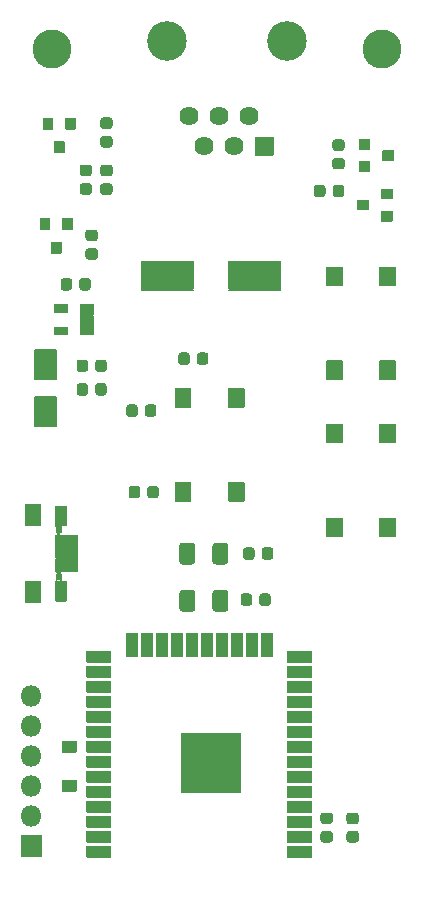
<source format=gts>
G04 #@! TF.GenerationSoftware,KiCad,Pcbnew,(5.1.7)-1*
G04 #@! TF.CreationDate,2021-04-23T15:20:20+02:00*
G04 #@! TF.ProjectId,TwomesGateway,54776f6d-6573-4476-9174-657761792e6b,rev?*
G04 #@! TF.SameCoordinates,Original*
G04 #@! TF.FileFunction,Soldermask,Top*
G04 #@! TF.FilePolarity,Negative*
%FSLAX46Y46*%
G04 Gerber Fmt 4.6, Leading zero omitted, Abs format (unit mm)*
G04 Created by KiCad (PCBNEW (5.1.7)-1) date 2021-04-23 15:20:20*
%MOMM*%
%LPD*%
G01*
G04 APERTURE LIST*
%ADD10C,0.602000*%
%ADD11C,3.302000*%
%ADD12C,3.352000*%
%ADD13C,1.622000*%
%ADD14O,1.802000X1.802000*%
%ADD15C,0.100000*%
G04 APERTURE END LIST*
G36*
G01*
X95275500Y-139926000D02*
X94724500Y-139926000D01*
G75*
G02*
X94474000Y-139675500I0J250500D01*
G01*
X94474000Y-139174500D01*
G75*
G02*
X94724500Y-138924000I250500J0D01*
G01*
X95275500Y-138924000D01*
G75*
G02*
X95526000Y-139174500I0J-250500D01*
G01*
X95526000Y-139675500D01*
G75*
G02*
X95275500Y-139926000I-250500J0D01*
G01*
G37*
G36*
G01*
X95275500Y-141476000D02*
X94724500Y-141476000D01*
G75*
G02*
X94474000Y-141225500I0J250500D01*
G01*
X94474000Y-140724500D01*
G75*
G02*
X94724500Y-140474000I250500J0D01*
G01*
X95275500Y-140474000D01*
G75*
G02*
X95526000Y-140724500I0J-250500D01*
G01*
X95526000Y-141225500D01*
G75*
G02*
X95275500Y-141476000I-250500J0D01*
G01*
G37*
G36*
G01*
X93081750Y-141476000D02*
X92518250Y-141476000D01*
G75*
G02*
X92274000Y-141231750I0J244250D01*
G01*
X92274000Y-140743250D01*
G75*
G02*
X92518250Y-140499000I244250J0D01*
G01*
X93081750Y-140499000D01*
G75*
G02*
X93326000Y-140743250I0J-244250D01*
G01*
X93326000Y-141231750D01*
G75*
G02*
X93081750Y-141476000I-244250J0D01*
G01*
G37*
G36*
G01*
X93081750Y-139901000D02*
X92518250Y-139901000D01*
G75*
G02*
X92274000Y-139656750I0J244250D01*
G01*
X92274000Y-139168250D01*
G75*
G02*
X92518250Y-138924000I244250J0D01*
G01*
X93081750Y-138924000D01*
G75*
G02*
X93326000Y-139168250I0J-244250D01*
G01*
X93326000Y-139656750D01*
G75*
G02*
X93081750Y-139901000I-244250J0D01*
G01*
G37*
G36*
G01*
X84449000Y-94540800D02*
X84449000Y-92459200D01*
G75*
G02*
X84709200Y-92199000I260200J0D01*
G01*
X88690800Y-92199000D01*
G75*
G02*
X88951000Y-92459200I0J-260200D01*
G01*
X88951000Y-94540800D01*
G75*
G02*
X88690800Y-94801000I-260200J0D01*
G01*
X84709200Y-94801000D01*
G75*
G02*
X84449000Y-94540800I0J260200D01*
G01*
G37*
G36*
G01*
X77049000Y-94540800D02*
X77049000Y-92459200D01*
G75*
G02*
X77309200Y-92199000I260200J0D01*
G01*
X81290800Y-92199000D01*
G75*
G02*
X81551000Y-92459200I0J-260200D01*
G01*
X81551000Y-94540800D01*
G75*
G02*
X81290800Y-94801000I-260200J0D01*
G01*
X77309200Y-94801000D01*
G75*
G02*
X77049000Y-94540800I0J260200D01*
G01*
G37*
G36*
G01*
X68100000Y-103699000D02*
X69900000Y-103699000D01*
G75*
G02*
X69951000Y-103750000I0J-51000D01*
G01*
X69951000Y-106250000D01*
G75*
G02*
X69900000Y-106301000I-51000J0D01*
G01*
X68100000Y-106301000D01*
G75*
G02*
X68049000Y-106250000I0J51000D01*
G01*
X68049000Y-103750000D01*
G75*
G02*
X68100000Y-103699000I51000J0D01*
G01*
G37*
G36*
G01*
X68100000Y-99699000D02*
X69900000Y-99699000D01*
G75*
G02*
X69951000Y-99750000I0J-51000D01*
G01*
X69951000Y-102250000D01*
G75*
G02*
X69900000Y-102301000I-51000J0D01*
G01*
X68100000Y-102301000D01*
G75*
G02*
X68049000Y-102250000I0J51000D01*
G01*
X68049000Y-99750000D01*
G75*
G02*
X68100000Y-99699000I51000J0D01*
G01*
G37*
G36*
G01*
X69850000Y-119336500D02*
X70750000Y-119336500D01*
G75*
G02*
X70801000Y-119387500I0J-51000D01*
G01*
X70801000Y-121012500D01*
G75*
G02*
X70750000Y-121063500I-51000J0D01*
G01*
X69850000Y-121063500D01*
G75*
G02*
X69799000Y-121012500I0J51000D01*
G01*
X69799000Y-119387500D01*
G75*
G02*
X69850000Y-119336500I51000J0D01*
G01*
G37*
D10*
X70100000Y-119000000D03*
X70100000Y-115000000D03*
G36*
G01*
X69845000Y-118059000D02*
X71695000Y-118059000D01*
G75*
G02*
X71746000Y-118110000I0J-51000D01*
G01*
X71746000Y-118510000D01*
G75*
G02*
X71695000Y-118561000I-51000J0D01*
G01*
X69845000Y-118561000D01*
G75*
G02*
X69794000Y-118510000I0J51000D01*
G01*
X69794000Y-118110000D01*
G75*
G02*
X69845000Y-118059000I51000J0D01*
G01*
G37*
G36*
G01*
X69845000Y-117409000D02*
X71695000Y-117409000D01*
G75*
G02*
X71746000Y-117460000I0J-51000D01*
G01*
X71746000Y-117860000D01*
G75*
G02*
X71695000Y-117911000I-51000J0D01*
G01*
X69845000Y-117911000D01*
G75*
G02*
X69794000Y-117860000I0J51000D01*
G01*
X69794000Y-117460000D01*
G75*
G02*
X69845000Y-117409000I51000J0D01*
G01*
G37*
G36*
G01*
X69845000Y-116759000D02*
X71695000Y-116759000D01*
G75*
G02*
X71746000Y-116810000I0J-51000D01*
G01*
X71746000Y-117210000D01*
G75*
G02*
X71695000Y-117261000I-51000J0D01*
G01*
X69845000Y-117261000D01*
G75*
G02*
X69794000Y-117210000I0J51000D01*
G01*
X69794000Y-116810000D01*
G75*
G02*
X69845000Y-116759000I51000J0D01*
G01*
G37*
G36*
G01*
X69850000Y-112936500D02*
X70750000Y-112936500D01*
G75*
G02*
X70801000Y-112987500I0J-51000D01*
G01*
X70801000Y-114612500D01*
G75*
G02*
X70750000Y-114663500I-51000J0D01*
G01*
X69850000Y-114663500D01*
G75*
G02*
X69799000Y-114612500I0J51000D01*
G01*
X69799000Y-112987500D01*
G75*
G02*
X69850000Y-112936500I51000J0D01*
G01*
G37*
G36*
G01*
X69845000Y-116109000D02*
X71695000Y-116109000D01*
G75*
G02*
X71746000Y-116160000I0J-51000D01*
G01*
X71746000Y-116560000D01*
G75*
G02*
X71695000Y-116611000I-51000J0D01*
G01*
X69845000Y-116611000D01*
G75*
G02*
X69794000Y-116560000I0J51000D01*
G01*
X69794000Y-116160000D01*
G75*
G02*
X69845000Y-116109000I51000J0D01*
G01*
G37*
G36*
G01*
X69845000Y-115459000D02*
X71695000Y-115459000D01*
G75*
G02*
X71746000Y-115510000I0J-51000D01*
G01*
X71746000Y-115910000D01*
G75*
G02*
X71695000Y-115961000I-51000J0D01*
G01*
X69845000Y-115961000D01*
G75*
G02*
X69794000Y-115910000I0J51000D01*
G01*
X69794000Y-115510000D01*
G75*
G02*
X69845000Y-115459000I51000J0D01*
G01*
G37*
G36*
G01*
X67300000Y-119341500D02*
X68600000Y-119341500D01*
G75*
G02*
X68651000Y-119392500I0J-51000D01*
G01*
X68651000Y-121107500D01*
G75*
G02*
X68600000Y-121158500I-51000J0D01*
G01*
X67300000Y-121158500D01*
G75*
G02*
X67249000Y-121107500I0J51000D01*
G01*
X67249000Y-119392500D01*
G75*
G02*
X67300000Y-119341500I51000J0D01*
G01*
G37*
G36*
G01*
X67300000Y-112841500D02*
X68600000Y-112841500D01*
G75*
G02*
X68651000Y-112892500I0J-51000D01*
G01*
X68651000Y-114607500D01*
G75*
G02*
X68600000Y-114658500I-51000J0D01*
G01*
X67300000Y-114658500D01*
G75*
G02*
X67249000Y-114607500I0J51000D01*
G01*
X67249000Y-112892500D01*
G75*
G02*
X67300000Y-112841500I51000J0D01*
G01*
G37*
G36*
G01*
X73868250Y-81649000D02*
X74431750Y-81649000D01*
G75*
G02*
X74676000Y-81893250I0J-244250D01*
G01*
X74676000Y-82381750D01*
G75*
G02*
X74431750Y-82626000I-244250J0D01*
G01*
X73868250Y-82626000D01*
G75*
G02*
X73624000Y-82381750I0J244250D01*
G01*
X73624000Y-81893250D01*
G75*
G02*
X73868250Y-81649000I244250J0D01*
G01*
G37*
G36*
G01*
X73868250Y-80074000D02*
X74431750Y-80074000D01*
G75*
G02*
X74676000Y-80318250I0J-244250D01*
G01*
X74676000Y-80806750D01*
G75*
G02*
X74431750Y-81051000I-244250J0D01*
G01*
X73868250Y-81051000D01*
G75*
G02*
X73624000Y-80806750I0J244250D01*
G01*
X73624000Y-80318250D01*
G75*
G02*
X73868250Y-80074000I244250J0D01*
G01*
G37*
G36*
G01*
X74431750Y-85051000D02*
X73868250Y-85051000D01*
G75*
G02*
X73624000Y-84806750I0J244250D01*
G01*
X73624000Y-84318250D01*
G75*
G02*
X73868250Y-84074000I244250J0D01*
G01*
X74431750Y-84074000D01*
G75*
G02*
X74676000Y-84318250I0J-244250D01*
G01*
X74676000Y-84806750D01*
G75*
G02*
X74431750Y-85051000I-244250J0D01*
G01*
G37*
G36*
G01*
X74431750Y-86626000D02*
X73868250Y-86626000D01*
G75*
G02*
X73624000Y-86381750I0J244250D01*
G01*
X73624000Y-85893250D01*
G75*
G02*
X73868250Y-85649000I244250J0D01*
G01*
X74431750Y-85649000D01*
G75*
G02*
X74676000Y-85893250I0J-244250D01*
G01*
X74676000Y-86381750D01*
G75*
G02*
X74431750Y-86626000I-244250J0D01*
G01*
G37*
G36*
G01*
X96401000Y-87100000D02*
X96401000Y-87900000D01*
G75*
G02*
X96350000Y-87951000I-51000J0D01*
G01*
X95450000Y-87951000D01*
G75*
G02*
X95399000Y-87900000I0J51000D01*
G01*
X95399000Y-87100000D01*
G75*
G02*
X95450000Y-87049000I51000J0D01*
G01*
X96350000Y-87049000D01*
G75*
G02*
X96401000Y-87100000I0J-51000D01*
G01*
G37*
G36*
G01*
X98401000Y-86150000D02*
X98401000Y-86950000D01*
G75*
G02*
X98350000Y-87001000I-51000J0D01*
G01*
X97450000Y-87001000D01*
G75*
G02*
X97399000Y-86950000I0J51000D01*
G01*
X97399000Y-86150000D01*
G75*
G02*
X97450000Y-86099000I51000J0D01*
G01*
X98350000Y-86099000D01*
G75*
G02*
X98401000Y-86150000I0J-51000D01*
G01*
G37*
G36*
G01*
X98401000Y-88050000D02*
X98401000Y-88850000D01*
G75*
G02*
X98350000Y-88901000I-51000J0D01*
G01*
X97450000Y-88901000D01*
G75*
G02*
X97399000Y-88850000I0J51000D01*
G01*
X97399000Y-88050000D01*
G75*
G02*
X97450000Y-87999000I51000J0D01*
G01*
X98350000Y-87999000D01*
G75*
G02*
X98401000Y-88050000I0J-51000D01*
G01*
G37*
G36*
G01*
X97499000Y-83700000D02*
X97499000Y-82900000D01*
G75*
G02*
X97550000Y-82849000I51000J0D01*
G01*
X98450000Y-82849000D01*
G75*
G02*
X98501000Y-82900000I0J-51000D01*
G01*
X98501000Y-83700000D01*
G75*
G02*
X98450000Y-83751000I-51000J0D01*
G01*
X97550000Y-83751000D01*
G75*
G02*
X97499000Y-83700000I0J51000D01*
G01*
G37*
G36*
G01*
X95499000Y-84650000D02*
X95499000Y-83850000D01*
G75*
G02*
X95550000Y-83799000I51000J0D01*
G01*
X96450000Y-83799000D01*
G75*
G02*
X96501000Y-83850000I0J-51000D01*
G01*
X96501000Y-84650000D01*
G75*
G02*
X96450000Y-84701000I-51000J0D01*
G01*
X95550000Y-84701000D01*
G75*
G02*
X95499000Y-84650000I0J51000D01*
G01*
G37*
G36*
G01*
X95499000Y-82750000D02*
X95499000Y-81950000D01*
G75*
G02*
X95550000Y-81899000I51000J0D01*
G01*
X96450000Y-81899000D01*
G75*
G02*
X96501000Y-81950000I0J-51000D01*
G01*
X96501000Y-82750000D01*
G75*
G02*
X96450000Y-82801000I-51000J0D01*
G01*
X95550000Y-82801000D01*
G75*
G02*
X95499000Y-82750000I0J51000D01*
G01*
G37*
G36*
G01*
X77001000Y-111518250D02*
X77001000Y-112081750D01*
G75*
G02*
X76756750Y-112326000I-244250J0D01*
G01*
X76268250Y-112326000D01*
G75*
G02*
X76024000Y-112081750I0J244250D01*
G01*
X76024000Y-111518250D01*
G75*
G02*
X76268250Y-111274000I244250J0D01*
G01*
X76756750Y-111274000D01*
G75*
G02*
X77001000Y-111518250I0J-244250D01*
G01*
G37*
G36*
G01*
X78576000Y-111518250D02*
X78576000Y-112081750D01*
G75*
G02*
X78331750Y-112326000I-244250J0D01*
G01*
X77843250Y-112326000D01*
G75*
G02*
X77599000Y-112081750I0J244250D01*
G01*
X77599000Y-111518250D01*
G75*
G02*
X77843250Y-111274000I244250J0D01*
G01*
X78331750Y-111274000D01*
G75*
G02*
X78576000Y-111518250I0J-244250D01*
G01*
G37*
G36*
G01*
X69500000Y-90599000D02*
X70300000Y-90599000D01*
G75*
G02*
X70351000Y-90650000I0J-51000D01*
G01*
X70351000Y-91550000D01*
G75*
G02*
X70300000Y-91601000I-51000J0D01*
G01*
X69500000Y-91601000D01*
G75*
G02*
X69449000Y-91550000I0J51000D01*
G01*
X69449000Y-90650000D01*
G75*
G02*
X69500000Y-90599000I51000J0D01*
G01*
G37*
G36*
G01*
X68550000Y-88599000D02*
X69350000Y-88599000D01*
G75*
G02*
X69401000Y-88650000I0J-51000D01*
G01*
X69401000Y-89550000D01*
G75*
G02*
X69350000Y-89601000I-51000J0D01*
G01*
X68550000Y-89601000D01*
G75*
G02*
X68499000Y-89550000I0J51000D01*
G01*
X68499000Y-88650000D01*
G75*
G02*
X68550000Y-88599000I51000J0D01*
G01*
G37*
G36*
G01*
X70450000Y-88599000D02*
X71250000Y-88599000D01*
G75*
G02*
X71301000Y-88650000I0J-51000D01*
G01*
X71301000Y-89550000D01*
G75*
G02*
X71250000Y-89601000I-51000J0D01*
G01*
X70450000Y-89601000D01*
G75*
G02*
X70399000Y-89550000I0J51000D01*
G01*
X70399000Y-88650000D01*
G75*
G02*
X70450000Y-88599000I51000J0D01*
G01*
G37*
G36*
G01*
X69750000Y-82099000D02*
X70550000Y-82099000D01*
G75*
G02*
X70601000Y-82150000I0J-51000D01*
G01*
X70601000Y-83050000D01*
G75*
G02*
X70550000Y-83101000I-51000J0D01*
G01*
X69750000Y-83101000D01*
G75*
G02*
X69699000Y-83050000I0J51000D01*
G01*
X69699000Y-82150000D01*
G75*
G02*
X69750000Y-82099000I51000J0D01*
G01*
G37*
G36*
G01*
X68800000Y-80099000D02*
X69600000Y-80099000D01*
G75*
G02*
X69651000Y-80150000I0J-51000D01*
G01*
X69651000Y-81050000D01*
G75*
G02*
X69600000Y-81101000I-51000J0D01*
G01*
X68800000Y-81101000D01*
G75*
G02*
X68749000Y-81050000I0J51000D01*
G01*
X68749000Y-80150000D01*
G75*
G02*
X68800000Y-80099000I51000J0D01*
G01*
G37*
G36*
G01*
X70700000Y-80099000D02*
X71500000Y-80099000D01*
G75*
G02*
X71551000Y-80150000I0J-51000D01*
G01*
X71551000Y-81050000D01*
G75*
G02*
X71500000Y-81101000I-51000J0D01*
G01*
X70700000Y-81101000D01*
G75*
G02*
X70649000Y-81050000I0J51000D01*
G01*
X70649000Y-80150000D01*
G75*
G02*
X70700000Y-80099000I51000J0D01*
G01*
G37*
D11*
X69500000Y-74250000D03*
X97500000Y-74250000D03*
G36*
G01*
X88311000Y-81739999D02*
X88311000Y-83260001D01*
G75*
G02*
X88260001Y-83311000I-50999J0D01*
G01*
X86739999Y-83311000D01*
G75*
G02*
X86689000Y-83260001I0J50999D01*
G01*
X86689000Y-81739999D01*
G75*
G02*
X86739999Y-81689000I50999J0D01*
G01*
X88260001Y-81689000D01*
G75*
G02*
X88311000Y-81739999I0J-50999D01*
G01*
G37*
D12*
X89410000Y-73610000D03*
D13*
X86230000Y-79960000D03*
X84960000Y-82500000D03*
X83690000Y-79960000D03*
X82420000Y-82500000D03*
X81150000Y-79960000D03*
D12*
X79250000Y-73610000D03*
G36*
G01*
X70400000Y-136149000D02*
X71600000Y-136149000D01*
G75*
G02*
X71651000Y-136200000I0J-51000D01*
G01*
X71651000Y-137100000D01*
G75*
G02*
X71600000Y-137151000I-51000J0D01*
G01*
X70400000Y-137151000D01*
G75*
G02*
X70349000Y-137100000I0J51000D01*
G01*
X70349000Y-136200000D01*
G75*
G02*
X70400000Y-136149000I51000J0D01*
G01*
G37*
G36*
G01*
X70400000Y-132849000D02*
X71600000Y-132849000D01*
G75*
G02*
X71651000Y-132900000I0J-51000D01*
G01*
X71651000Y-133800000D01*
G75*
G02*
X71600000Y-133851000I-51000J0D01*
G01*
X70400000Y-133851000D01*
G75*
G02*
X70349000Y-133800000I0J51000D01*
G01*
X70349000Y-132900000D01*
G75*
G02*
X70400000Y-132849000I51000J0D01*
G01*
G37*
G36*
G01*
X74551000Y-141805000D02*
X74551000Y-142705000D01*
G75*
G02*
X74500000Y-142756000I-51000J0D01*
G01*
X72500000Y-142756000D01*
G75*
G02*
X72449000Y-142705000I0J51000D01*
G01*
X72449000Y-141805000D01*
G75*
G02*
X72500000Y-141754000I51000J0D01*
G01*
X74500000Y-141754000D01*
G75*
G02*
X74551000Y-141805000I0J-51000D01*
G01*
G37*
G36*
G01*
X74551000Y-140535000D02*
X74551000Y-141435000D01*
G75*
G02*
X74500000Y-141486000I-51000J0D01*
G01*
X72500000Y-141486000D01*
G75*
G02*
X72449000Y-141435000I0J51000D01*
G01*
X72449000Y-140535000D01*
G75*
G02*
X72500000Y-140484000I51000J0D01*
G01*
X74500000Y-140484000D01*
G75*
G02*
X74551000Y-140535000I0J-51000D01*
G01*
G37*
G36*
G01*
X74551000Y-139265000D02*
X74551000Y-140165000D01*
G75*
G02*
X74500000Y-140216000I-51000J0D01*
G01*
X72500000Y-140216000D01*
G75*
G02*
X72449000Y-140165000I0J51000D01*
G01*
X72449000Y-139265000D01*
G75*
G02*
X72500000Y-139214000I51000J0D01*
G01*
X74500000Y-139214000D01*
G75*
G02*
X74551000Y-139265000I0J-51000D01*
G01*
G37*
G36*
G01*
X74551000Y-137995000D02*
X74551000Y-138895000D01*
G75*
G02*
X74500000Y-138946000I-51000J0D01*
G01*
X72500000Y-138946000D01*
G75*
G02*
X72449000Y-138895000I0J51000D01*
G01*
X72449000Y-137995000D01*
G75*
G02*
X72500000Y-137944000I51000J0D01*
G01*
X74500000Y-137944000D01*
G75*
G02*
X74551000Y-137995000I0J-51000D01*
G01*
G37*
G36*
G01*
X74551000Y-136725000D02*
X74551000Y-137625000D01*
G75*
G02*
X74500000Y-137676000I-51000J0D01*
G01*
X72500000Y-137676000D01*
G75*
G02*
X72449000Y-137625000I0J51000D01*
G01*
X72449000Y-136725000D01*
G75*
G02*
X72500000Y-136674000I51000J0D01*
G01*
X74500000Y-136674000D01*
G75*
G02*
X74551000Y-136725000I0J-51000D01*
G01*
G37*
G36*
G01*
X74551000Y-135455000D02*
X74551000Y-136355000D01*
G75*
G02*
X74500000Y-136406000I-51000J0D01*
G01*
X72500000Y-136406000D01*
G75*
G02*
X72449000Y-136355000I0J51000D01*
G01*
X72449000Y-135455000D01*
G75*
G02*
X72500000Y-135404000I51000J0D01*
G01*
X74500000Y-135404000D01*
G75*
G02*
X74551000Y-135455000I0J-51000D01*
G01*
G37*
G36*
G01*
X74551000Y-134185000D02*
X74551000Y-135085000D01*
G75*
G02*
X74500000Y-135136000I-51000J0D01*
G01*
X72500000Y-135136000D01*
G75*
G02*
X72449000Y-135085000I0J51000D01*
G01*
X72449000Y-134185000D01*
G75*
G02*
X72500000Y-134134000I51000J0D01*
G01*
X74500000Y-134134000D01*
G75*
G02*
X74551000Y-134185000I0J-51000D01*
G01*
G37*
G36*
G01*
X74551000Y-132915000D02*
X74551000Y-133815000D01*
G75*
G02*
X74500000Y-133866000I-51000J0D01*
G01*
X72500000Y-133866000D01*
G75*
G02*
X72449000Y-133815000I0J51000D01*
G01*
X72449000Y-132915000D01*
G75*
G02*
X72500000Y-132864000I51000J0D01*
G01*
X74500000Y-132864000D01*
G75*
G02*
X74551000Y-132915000I0J-51000D01*
G01*
G37*
G36*
G01*
X74551000Y-131645000D02*
X74551000Y-132545000D01*
G75*
G02*
X74500000Y-132596000I-51000J0D01*
G01*
X72500000Y-132596000D01*
G75*
G02*
X72449000Y-132545000I0J51000D01*
G01*
X72449000Y-131645000D01*
G75*
G02*
X72500000Y-131594000I51000J0D01*
G01*
X74500000Y-131594000D01*
G75*
G02*
X74551000Y-131645000I0J-51000D01*
G01*
G37*
G36*
G01*
X74551000Y-130375000D02*
X74551000Y-131275000D01*
G75*
G02*
X74500000Y-131326000I-51000J0D01*
G01*
X72500000Y-131326000D01*
G75*
G02*
X72449000Y-131275000I0J51000D01*
G01*
X72449000Y-130375000D01*
G75*
G02*
X72500000Y-130324000I51000J0D01*
G01*
X74500000Y-130324000D01*
G75*
G02*
X74551000Y-130375000I0J-51000D01*
G01*
G37*
G36*
G01*
X74551000Y-129105000D02*
X74551000Y-130005000D01*
G75*
G02*
X74500000Y-130056000I-51000J0D01*
G01*
X72500000Y-130056000D01*
G75*
G02*
X72449000Y-130005000I0J51000D01*
G01*
X72449000Y-129105000D01*
G75*
G02*
X72500000Y-129054000I51000J0D01*
G01*
X74500000Y-129054000D01*
G75*
G02*
X74551000Y-129105000I0J-51000D01*
G01*
G37*
G36*
G01*
X74551000Y-127835000D02*
X74551000Y-128735000D01*
G75*
G02*
X74500000Y-128786000I-51000J0D01*
G01*
X72500000Y-128786000D01*
G75*
G02*
X72449000Y-128735000I0J51000D01*
G01*
X72449000Y-127835000D01*
G75*
G02*
X72500000Y-127784000I51000J0D01*
G01*
X74500000Y-127784000D01*
G75*
G02*
X74551000Y-127835000I0J-51000D01*
G01*
G37*
G36*
G01*
X74551000Y-126565000D02*
X74551000Y-127465000D01*
G75*
G02*
X74500000Y-127516000I-51000J0D01*
G01*
X72500000Y-127516000D01*
G75*
G02*
X72449000Y-127465000I0J51000D01*
G01*
X72449000Y-126565000D01*
G75*
G02*
X72500000Y-126514000I51000J0D01*
G01*
X74500000Y-126514000D01*
G75*
G02*
X74551000Y-126565000I0J-51000D01*
G01*
G37*
G36*
G01*
X74551000Y-125295000D02*
X74551000Y-126195000D01*
G75*
G02*
X74500000Y-126246000I-51000J0D01*
G01*
X72500000Y-126246000D01*
G75*
G02*
X72449000Y-126195000I0J51000D01*
G01*
X72449000Y-125295000D01*
G75*
G02*
X72500000Y-125244000I51000J0D01*
G01*
X74500000Y-125244000D01*
G75*
G02*
X74551000Y-125295000I0J-51000D01*
G01*
G37*
G36*
G01*
X75835000Y-123694000D02*
X76735000Y-123694000D01*
G75*
G02*
X76786000Y-123745000I0J-51000D01*
G01*
X76786000Y-125745000D01*
G75*
G02*
X76735000Y-125796000I-51000J0D01*
G01*
X75835000Y-125796000D01*
G75*
G02*
X75784000Y-125745000I0J51000D01*
G01*
X75784000Y-123745000D01*
G75*
G02*
X75835000Y-123694000I51000J0D01*
G01*
G37*
G36*
G01*
X77105000Y-123694000D02*
X78005000Y-123694000D01*
G75*
G02*
X78056000Y-123745000I0J-51000D01*
G01*
X78056000Y-125745000D01*
G75*
G02*
X78005000Y-125796000I-51000J0D01*
G01*
X77105000Y-125796000D01*
G75*
G02*
X77054000Y-125745000I0J51000D01*
G01*
X77054000Y-123745000D01*
G75*
G02*
X77105000Y-123694000I51000J0D01*
G01*
G37*
G36*
G01*
X78375000Y-123694000D02*
X79275000Y-123694000D01*
G75*
G02*
X79326000Y-123745000I0J-51000D01*
G01*
X79326000Y-125745000D01*
G75*
G02*
X79275000Y-125796000I-51000J0D01*
G01*
X78375000Y-125796000D01*
G75*
G02*
X78324000Y-125745000I0J51000D01*
G01*
X78324000Y-123745000D01*
G75*
G02*
X78375000Y-123694000I51000J0D01*
G01*
G37*
G36*
G01*
X79645000Y-123694000D02*
X80545000Y-123694000D01*
G75*
G02*
X80596000Y-123745000I0J-51000D01*
G01*
X80596000Y-125745000D01*
G75*
G02*
X80545000Y-125796000I-51000J0D01*
G01*
X79645000Y-125796000D01*
G75*
G02*
X79594000Y-125745000I0J51000D01*
G01*
X79594000Y-123745000D01*
G75*
G02*
X79645000Y-123694000I51000J0D01*
G01*
G37*
G36*
G01*
X80915000Y-123694000D02*
X81815000Y-123694000D01*
G75*
G02*
X81866000Y-123745000I0J-51000D01*
G01*
X81866000Y-125745000D01*
G75*
G02*
X81815000Y-125796000I-51000J0D01*
G01*
X80915000Y-125796000D01*
G75*
G02*
X80864000Y-125745000I0J51000D01*
G01*
X80864000Y-123745000D01*
G75*
G02*
X80915000Y-123694000I51000J0D01*
G01*
G37*
G36*
G01*
X82185000Y-123694000D02*
X83085000Y-123694000D01*
G75*
G02*
X83136000Y-123745000I0J-51000D01*
G01*
X83136000Y-125745000D01*
G75*
G02*
X83085000Y-125796000I-51000J0D01*
G01*
X82185000Y-125796000D01*
G75*
G02*
X82134000Y-125745000I0J51000D01*
G01*
X82134000Y-123745000D01*
G75*
G02*
X82185000Y-123694000I51000J0D01*
G01*
G37*
G36*
G01*
X83455000Y-123694000D02*
X84355000Y-123694000D01*
G75*
G02*
X84406000Y-123745000I0J-51000D01*
G01*
X84406000Y-125745000D01*
G75*
G02*
X84355000Y-125796000I-51000J0D01*
G01*
X83455000Y-125796000D01*
G75*
G02*
X83404000Y-125745000I0J51000D01*
G01*
X83404000Y-123745000D01*
G75*
G02*
X83455000Y-123694000I51000J0D01*
G01*
G37*
G36*
G01*
X84725000Y-123694000D02*
X85625000Y-123694000D01*
G75*
G02*
X85676000Y-123745000I0J-51000D01*
G01*
X85676000Y-125745000D01*
G75*
G02*
X85625000Y-125796000I-51000J0D01*
G01*
X84725000Y-125796000D01*
G75*
G02*
X84674000Y-125745000I0J51000D01*
G01*
X84674000Y-123745000D01*
G75*
G02*
X84725000Y-123694000I51000J0D01*
G01*
G37*
G36*
G01*
X85995000Y-123694000D02*
X86895000Y-123694000D01*
G75*
G02*
X86946000Y-123745000I0J-51000D01*
G01*
X86946000Y-125745000D01*
G75*
G02*
X86895000Y-125796000I-51000J0D01*
G01*
X85995000Y-125796000D01*
G75*
G02*
X85944000Y-125745000I0J51000D01*
G01*
X85944000Y-123745000D01*
G75*
G02*
X85995000Y-123694000I51000J0D01*
G01*
G37*
G36*
G01*
X87265000Y-123694000D02*
X88165000Y-123694000D01*
G75*
G02*
X88216000Y-123745000I0J-51000D01*
G01*
X88216000Y-125745000D01*
G75*
G02*
X88165000Y-125796000I-51000J0D01*
G01*
X87265000Y-125796000D01*
G75*
G02*
X87214000Y-125745000I0J51000D01*
G01*
X87214000Y-123745000D01*
G75*
G02*
X87265000Y-123694000I51000J0D01*
G01*
G37*
G36*
G01*
X91551000Y-125295000D02*
X91551000Y-126195000D01*
G75*
G02*
X91500000Y-126246000I-51000J0D01*
G01*
X89500000Y-126246000D01*
G75*
G02*
X89449000Y-126195000I0J51000D01*
G01*
X89449000Y-125295000D01*
G75*
G02*
X89500000Y-125244000I51000J0D01*
G01*
X91500000Y-125244000D01*
G75*
G02*
X91551000Y-125295000I0J-51000D01*
G01*
G37*
G36*
G01*
X91551000Y-126565000D02*
X91551000Y-127465000D01*
G75*
G02*
X91500000Y-127516000I-51000J0D01*
G01*
X89500000Y-127516000D01*
G75*
G02*
X89449000Y-127465000I0J51000D01*
G01*
X89449000Y-126565000D01*
G75*
G02*
X89500000Y-126514000I51000J0D01*
G01*
X91500000Y-126514000D01*
G75*
G02*
X91551000Y-126565000I0J-51000D01*
G01*
G37*
G36*
G01*
X91551000Y-127835000D02*
X91551000Y-128735000D01*
G75*
G02*
X91500000Y-128786000I-51000J0D01*
G01*
X89500000Y-128786000D01*
G75*
G02*
X89449000Y-128735000I0J51000D01*
G01*
X89449000Y-127835000D01*
G75*
G02*
X89500000Y-127784000I51000J0D01*
G01*
X91500000Y-127784000D01*
G75*
G02*
X91551000Y-127835000I0J-51000D01*
G01*
G37*
G36*
G01*
X91551000Y-129105000D02*
X91551000Y-130005000D01*
G75*
G02*
X91500000Y-130056000I-51000J0D01*
G01*
X89500000Y-130056000D01*
G75*
G02*
X89449000Y-130005000I0J51000D01*
G01*
X89449000Y-129105000D01*
G75*
G02*
X89500000Y-129054000I51000J0D01*
G01*
X91500000Y-129054000D01*
G75*
G02*
X91551000Y-129105000I0J-51000D01*
G01*
G37*
G36*
G01*
X91551000Y-130375000D02*
X91551000Y-131275000D01*
G75*
G02*
X91500000Y-131326000I-51000J0D01*
G01*
X89500000Y-131326000D01*
G75*
G02*
X89449000Y-131275000I0J51000D01*
G01*
X89449000Y-130375000D01*
G75*
G02*
X89500000Y-130324000I51000J0D01*
G01*
X91500000Y-130324000D01*
G75*
G02*
X91551000Y-130375000I0J-51000D01*
G01*
G37*
G36*
G01*
X91551000Y-131645000D02*
X91551000Y-132545000D01*
G75*
G02*
X91500000Y-132596000I-51000J0D01*
G01*
X89500000Y-132596000D01*
G75*
G02*
X89449000Y-132545000I0J51000D01*
G01*
X89449000Y-131645000D01*
G75*
G02*
X89500000Y-131594000I51000J0D01*
G01*
X91500000Y-131594000D01*
G75*
G02*
X91551000Y-131645000I0J-51000D01*
G01*
G37*
G36*
G01*
X91551000Y-132915000D02*
X91551000Y-133815000D01*
G75*
G02*
X91500000Y-133866000I-51000J0D01*
G01*
X89500000Y-133866000D01*
G75*
G02*
X89449000Y-133815000I0J51000D01*
G01*
X89449000Y-132915000D01*
G75*
G02*
X89500000Y-132864000I51000J0D01*
G01*
X91500000Y-132864000D01*
G75*
G02*
X91551000Y-132915000I0J-51000D01*
G01*
G37*
G36*
G01*
X91551000Y-134185000D02*
X91551000Y-135085000D01*
G75*
G02*
X91500000Y-135136000I-51000J0D01*
G01*
X89500000Y-135136000D01*
G75*
G02*
X89449000Y-135085000I0J51000D01*
G01*
X89449000Y-134185000D01*
G75*
G02*
X89500000Y-134134000I51000J0D01*
G01*
X91500000Y-134134000D01*
G75*
G02*
X91551000Y-134185000I0J-51000D01*
G01*
G37*
G36*
G01*
X91551000Y-135455000D02*
X91551000Y-136355000D01*
G75*
G02*
X91500000Y-136406000I-51000J0D01*
G01*
X89500000Y-136406000D01*
G75*
G02*
X89449000Y-136355000I0J51000D01*
G01*
X89449000Y-135455000D01*
G75*
G02*
X89500000Y-135404000I51000J0D01*
G01*
X91500000Y-135404000D01*
G75*
G02*
X91551000Y-135455000I0J-51000D01*
G01*
G37*
G36*
G01*
X91551000Y-136725000D02*
X91551000Y-137625000D01*
G75*
G02*
X91500000Y-137676000I-51000J0D01*
G01*
X89500000Y-137676000D01*
G75*
G02*
X89449000Y-137625000I0J51000D01*
G01*
X89449000Y-136725000D01*
G75*
G02*
X89500000Y-136674000I51000J0D01*
G01*
X91500000Y-136674000D01*
G75*
G02*
X91551000Y-136725000I0J-51000D01*
G01*
G37*
G36*
G01*
X91551000Y-137995000D02*
X91551000Y-138895000D01*
G75*
G02*
X91500000Y-138946000I-51000J0D01*
G01*
X89500000Y-138946000D01*
G75*
G02*
X89449000Y-138895000I0J51000D01*
G01*
X89449000Y-137995000D01*
G75*
G02*
X89500000Y-137944000I51000J0D01*
G01*
X91500000Y-137944000D01*
G75*
G02*
X91551000Y-137995000I0J-51000D01*
G01*
G37*
G36*
G01*
X91551000Y-139265000D02*
X91551000Y-140165000D01*
G75*
G02*
X91500000Y-140216000I-51000J0D01*
G01*
X89500000Y-140216000D01*
G75*
G02*
X89449000Y-140165000I0J51000D01*
G01*
X89449000Y-139265000D01*
G75*
G02*
X89500000Y-139214000I51000J0D01*
G01*
X91500000Y-139214000D01*
G75*
G02*
X91551000Y-139265000I0J-51000D01*
G01*
G37*
G36*
G01*
X91551000Y-140535000D02*
X91551000Y-141435000D01*
G75*
G02*
X91500000Y-141486000I-51000J0D01*
G01*
X89500000Y-141486000D01*
G75*
G02*
X89449000Y-141435000I0J51000D01*
G01*
X89449000Y-140535000D01*
G75*
G02*
X89500000Y-140484000I51000J0D01*
G01*
X91500000Y-140484000D01*
G75*
G02*
X91551000Y-140535000I0J-51000D01*
G01*
G37*
G36*
G01*
X91551000Y-141805000D02*
X91551000Y-142705000D01*
G75*
G02*
X91500000Y-142756000I-51000J0D01*
G01*
X89500000Y-142756000D01*
G75*
G02*
X89449000Y-142705000I0J51000D01*
G01*
X89449000Y-141805000D01*
G75*
G02*
X89500000Y-141754000I51000J0D01*
G01*
X91500000Y-141754000D01*
G75*
G02*
X91551000Y-141805000I0J-51000D01*
G01*
G37*
G36*
G01*
X85551000Y-132255000D02*
X85551000Y-137255000D01*
G75*
G02*
X85500000Y-137306000I-51000J0D01*
G01*
X80500000Y-137306000D01*
G75*
G02*
X80449000Y-137255000I0J51000D01*
G01*
X80449000Y-132255000D01*
G75*
G02*
X80500000Y-132204000I51000J0D01*
G01*
X85500000Y-132204000D01*
G75*
G02*
X85551000Y-132255000I0J-51000D01*
G01*
G37*
G36*
G01*
X70881000Y-97824999D02*
X70881000Y-98475001D01*
G75*
G02*
X70830001Y-98526000I-50999J0D01*
G01*
X69769999Y-98526000D01*
G75*
G02*
X69719000Y-98475001I0J50999D01*
G01*
X69719000Y-97824999D01*
G75*
G02*
X69769999Y-97774000I50999J0D01*
G01*
X70830001Y-97774000D01*
G75*
G02*
X70881000Y-97824999I0J-50999D01*
G01*
G37*
G36*
G01*
X70881000Y-95924999D02*
X70881000Y-96575001D01*
G75*
G02*
X70830001Y-96626000I-50999J0D01*
G01*
X69769999Y-96626000D01*
G75*
G02*
X69719000Y-96575001I0J50999D01*
G01*
X69719000Y-95924999D01*
G75*
G02*
X69769999Y-95874000I50999J0D01*
G01*
X70830001Y-95874000D01*
G75*
G02*
X70881000Y-95924999I0J-50999D01*
G01*
G37*
G36*
G01*
X73081000Y-95924999D02*
X73081000Y-96575001D01*
G75*
G02*
X73030001Y-96626000I-50999J0D01*
G01*
X71969999Y-96626000D01*
G75*
G02*
X71919000Y-96575001I0J50999D01*
G01*
X71919000Y-95924999D01*
G75*
G02*
X71969999Y-95874000I50999J0D01*
G01*
X73030001Y-95874000D01*
G75*
G02*
X73081000Y-95924999I0J-50999D01*
G01*
G37*
G36*
G01*
X73081000Y-96874999D02*
X73081000Y-97525001D01*
G75*
G02*
X73030001Y-97576000I-50999J0D01*
G01*
X71969999Y-97576000D01*
G75*
G02*
X71919000Y-97525001I0J50999D01*
G01*
X71919000Y-96874999D01*
G75*
G02*
X71969999Y-96824000I50999J0D01*
G01*
X73030001Y-96824000D01*
G75*
G02*
X73081000Y-96874999I0J-50999D01*
G01*
G37*
G36*
G01*
X73081000Y-97824999D02*
X73081000Y-98475001D01*
G75*
G02*
X73030001Y-98526000I-50999J0D01*
G01*
X71969999Y-98526000D01*
G75*
G02*
X71919000Y-98475001I0J50999D01*
G01*
X71919000Y-97824999D01*
G75*
G02*
X71969999Y-97774000I50999J0D01*
G01*
X73030001Y-97774000D01*
G75*
G02*
X73081000Y-97824999I0J-50999D01*
G01*
G37*
G36*
G01*
X92800000Y-100649000D02*
X94100000Y-100649000D01*
G75*
G02*
X94151000Y-100700000I0J-51000D01*
G01*
X94151000Y-102250000D01*
G75*
G02*
X94100000Y-102301000I-51000J0D01*
G01*
X92800000Y-102301000D01*
G75*
G02*
X92749000Y-102250000I0J51000D01*
G01*
X92749000Y-100700000D01*
G75*
G02*
X92800000Y-100649000I51000J0D01*
G01*
G37*
G36*
G01*
X97300000Y-100649000D02*
X98600000Y-100649000D01*
G75*
G02*
X98651000Y-100700000I0J-51000D01*
G01*
X98651000Y-102250000D01*
G75*
G02*
X98600000Y-102301000I-51000J0D01*
G01*
X97300000Y-102301000D01*
G75*
G02*
X97249000Y-102250000I0J51000D01*
G01*
X97249000Y-100700000D01*
G75*
G02*
X97300000Y-100649000I51000J0D01*
G01*
G37*
G36*
G01*
X97300000Y-92699000D02*
X98600000Y-92699000D01*
G75*
G02*
X98651000Y-92750000I0J-51000D01*
G01*
X98651000Y-94300000D01*
G75*
G02*
X98600000Y-94351000I-51000J0D01*
G01*
X97300000Y-94351000D01*
G75*
G02*
X97249000Y-94300000I0J51000D01*
G01*
X97249000Y-92750000D01*
G75*
G02*
X97300000Y-92699000I51000J0D01*
G01*
G37*
G36*
G01*
X92800000Y-92699000D02*
X94100000Y-92699000D01*
G75*
G02*
X94151000Y-92750000I0J-51000D01*
G01*
X94151000Y-94300000D01*
G75*
G02*
X94100000Y-94351000I-51000J0D01*
G01*
X92800000Y-94351000D01*
G75*
G02*
X92749000Y-94300000I0J51000D01*
G01*
X92749000Y-92750000D01*
G75*
G02*
X92800000Y-92699000I51000J0D01*
G01*
G37*
G36*
G01*
X92800000Y-113949000D02*
X94100000Y-113949000D01*
G75*
G02*
X94151000Y-114000000I0J-51000D01*
G01*
X94151000Y-115550000D01*
G75*
G02*
X94100000Y-115601000I-51000J0D01*
G01*
X92800000Y-115601000D01*
G75*
G02*
X92749000Y-115550000I0J51000D01*
G01*
X92749000Y-114000000D01*
G75*
G02*
X92800000Y-113949000I51000J0D01*
G01*
G37*
G36*
G01*
X97300000Y-113949000D02*
X98600000Y-113949000D01*
G75*
G02*
X98651000Y-114000000I0J-51000D01*
G01*
X98651000Y-115550000D01*
G75*
G02*
X98600000Y-115601000I-51000J0D01*
G01*
X97300000Y-115601000D01*
G75*
G02*
X97249000Y-115550000I0J51000D01*
G01*
X97249000Y-114000000D01*
G75*
G02*
X97300000Y-113949000I51000J0D01*
G01*
G37*
G36*
G01*
X97300000Y-105999000D02*
X98600000Y-105999000D01*
G75*
G02*
X98651000Y-106050000I0J-51000D01*
G01*
X98651000Y-107600000D01*
G75*
G02*
X98600000Y-107651000I-51000J0D01*
G01*
X97300000Y-107651000D01*
G75*
G02*
X97249000Y-107600000I0J51000D01*
G01*
X97249000Y-106050000D01*
G75*
G02*
X97300000Y-105999000I51000J0D01*
G01*
G37*
G36*
G01*
X92800000Y-105999000D02*
X94100000Y-105999000D01*
G75*
G02*
X94151000Y-106050000I0J-51000D01*
G01*
X94151000Y-107600000D01*
G75*
G02*
X94100000Y-107651000I-51000J0D01*
G01*
X92800000Y-107651000D01*
G75*
G02*
X92749000Y-107600000I0J51000D01*
G01*
X92749000Y-106050000D01*
G75*
G02*
X92800000Y-105999000I51000J0D01*
G01*
G37*
G36*
G01*
X80000000Y-110949000D02*
X81300000Y-110949000D01*
G75*
G02*
X81351000Y-111000000I0J-51000D01*
G01*
X81351000Y-112550000D01*
G75*
G02*
X81300000Y-112601000I-51000J0D01*
G01*
X80000000Y-112601000D01*
G75*
G02*
X79949000Y-112550000I0J51000D01*
G01*
X79949000Y-111000000D01*
G75*
G02*
X80000000Y-110949000I51000J0D01*
G01*
G37*
G36*
G01*
X84500000Y-110949000D02*
X85800000Y-110949000D01*
G75*
G02*
X85851000Y-111000000I0J-51000D01*
G01*
X85851000Y-112550000D01*
G75*
G02*
X85800000Y-112601000I-51000J0D01*
G01*
X84500000Y-112601000D01*
G75*
G02*
X84449000Y-112550000I0J51000D01*
G01*
X84449000Y-111000000D01*
G75*
G02*
X84500000Y-110949000I51000J0D01*
G01*
G37*
G36*
G01*
X84500000Y-102999000D02*
X85800000Y-102999000D01*
G75*
G02*
X85851000Y-103050000I0J-51000D01*
G01*
X85851000Y-104600000D01*
G75*
G02*
X85800000Y-104651000I-51000J0D01*
G01*
X84500000Y-104651000D01*
G75*
G02*
X84449000Y-104600000I0J51000D01*
G01*
X84449000Y-103050000D01*
G75*
G02*
X84500000Y-102999000I51000J0D01*
G01*
G37*
G36*
G01*
X80000000Y-102999000D02*
X81300000Y-102999000D01*
G75*
G02*
X81351000Y-103050000I0J-51000D01*
G01*
X81351000Y-104600000D01*
G75*
G02*
X81300000Y-104651000I-51000J0D01*
G01*
X80000000Y-104651000D01*
G75*
G02*
X79949000Y-104600000I0J51000D01*
G01*
X79949000Y-103050000D01*
G75*
G02*
X80000000Y-102999000I51000J0D01*
G01*
G37*
G36*
G01*
X87299000Y-117281750D02*
X87299000Y-116718250D01*
G75*
G02*
X87543250Y-116474000I244250J0D01*
G01*
X88031750Y-116474000D01*
G75*
G02*
X88276000Y-116718250I0J-244250D01*
G01*
X88276000Y-117281750D01*
G75*
G02*
X88031750Y-117526000I-244250J0D01*
G01*
X87543250Y-117526000D01*
G75*
G02*
X87299000Y-117281750I0J244250D01*
G01*
G37*
G36*
G01*
X85724000Y-117281750D02*
X85724000Y-116718250D01*
G75*
G02*
X85968250Y-116474000I244250J0D01*
G01*
X86456750Y-116474000D01*
G75*
G02*
X86701000Y-116718250I0J-244250D01*
G01*
X86701000Y-117281750D01*
G75*
G02*
X86456750Y-117526000I-244250J0D01*
G01*
X85968250Y-117526000D01*
G75*
G02*
X85724000Y-117281750I0J244250D01*
G01*
G37*
G36*
G01*
X87086500Y-121181750D02*
X87086500Y-120618250D01*
G75*
G02*
X87330750Y-120374000I244250J0D01*
G01*
X87819250Y-120374000D01*
G75*
G02*
X88063500Y-120618250I0J-244250D01*
G01*
X88063500Y-121181750D01*
G75*
G02*
X87819250Y-121426000I-244250J0D01*
G01*
X87330750Y-121426000D01*
G75*
G02*
X87086500Y-121181750I0J244250D01*
G01*
G37*
G36*
G01*
X85511500Y-121181750D02*
X85511500Y-120618250D01*
G75*
G02*
X85755750Y-120374000I244250J0D01*
G01*
X86244250Y-120374000D01*
G75*
G02*
X86488500Y-120618250I0J-244250D01*
G01*
X86488500Y-121181750D01*
G75*
G02*
X86244250Y-121426000I-244250J0D01*
G01*
X85755750Y-121426000D01*
G75*
G02*
X85511500Y-121181750I0J244250D01*
G01*
G37*
G36*
G01*
X76801000Y-104618250D02*
X76801000Y-105181750D01*
G75*
G02*
X76556750Y-105426000I-244250J0D01*
G01*
X76068250Y-105426000D01*
G75*
G02*
X75824000Y-105181750I0J244250D01*
G01*
X75824000Y-104618250D01*
G75*
G02*
X76068250Y-104374000I244250J0D01*
G01*
X76556750Y-104374000D01*
G75*
G02*
X76801000Y-104618250I0J-244250D01*
G01*
G37*
G36*
G01*
X78376000Y-104618250D02*
X78376000Y-105181750D01*
G75*
G02*
X78131750Y-105426000I-244250J0D01*
G01*
X77643250Y-105426000D01*
G75*
G02*
X77399000Y-105181750I0J244250D01*
G01*
X77399000Y-104618250D01*
G75*
G02*
X77643250Y-104374000I244250J0D01*
G01*
X78131750Y-104374000D01*
G75*
G02*
X78376000Y-104618250I0J-244250D01*
G01*
G37*
G36*
G01*
X81799000Y-100781750D02*
X81799000Y-100218250D01*
G75*
G02*
X82043250Y-99974000I244250J0D01*
G01*
X82531750Y-99974000D01*
G75*
G02*
X82776000Y-100218250I0J-244250D01*
G01*
X82776000Y-100781750D01*
G75*
G02*
X82531750Y-101026000I-244250J0D01*
G01*
X82043250Y-101026000D01*
G75*
G02*
X81799000Y-100781750I0J244250D01*
G01*
G37*
G36*
G01*
X80224000Y-100781750D02*
X80224000Y-100218250D01*
G75*
G02*
X80468250Y-99974000I244250J0D01*
G01*
X80956750Y-99974000D01*
G75*
G02*
X81201000Y-100218250I0J-244250D01*
G01*
X81201000Y-100781750D01*
G75*
G02*
X80956750Y-101026000I-244250J0D01*
G01*
X80468250Y-101026000D01*
G75*
G02*
X80224000Y-100781750I0J244250D01*
G01*
G37*
G36*
G01*
X93299000Y-86581750D02*
X93299000Y-86018250D01*
G75*
G02*
X93543250Y-85774000I244250J0D01*
G01*
X94031750Y-85774000D01*
G75*
G02*
X94276000Y-86018250I0J-244250D01*
G01*
X94276000Y-86581750D01*
G75*
G02*
X94031750Y-86826000I-244250J0D01*
G01*
X93543250Y-86826000D01*
G75*
G02*
X93299000Y-86581750I0J244250D01*
G01*
G37*
G36*
G01*
X91724000Y-86581750D02*
X91724000Y-86018250D01*
G75*
G02*
X91968250Y-85774000I244250J0D01*
G01*
X92456750Y-85774000D01*
G75*
G02*
X92701000Y-86018250I0J-244250D01*
G01*
X92701000Y-86581750D01*
G75*
G02*
X92456750Y-86826000I-244250J0D01*
G01*
X91968250Y-86826000D01*
G75*
G02*
X91724000Y-86581750I0J244250D01*
G01*
G37*
G36*
G01*
X94081750Y-82901000D02*
X93518250Y-82901000D01*
G75*
G02*
X93274000Y-82656750I0J244250D01*
G01*
X93274000Y-82168250D01*
G75*
G02*
X93518250Y-81924000I244250J0D01*
G01*
X94081750Y-81924000D01*
G75*
G02*
X94326000Y-82168250I0J-244250D01*
G01*
X94326000Y-82656750D01*
G75*
G02*
X94081750Y-82901000I-244250J0D01*
G01*
G37*
G36*
G01*
X94081750Y-84476000D02*
X93518250Y-84476000D01*
G75*
G02*
X93274000Y-84231750I0J244250D01*
G01*
X93274000Y-83743250D01*
G75*
G02*
X93518250Y-83499000I244250J0D01*
G01*
X94081750Y-83499000D01*
G75*
G02*
X94326000Y-83743250I0J-244250D01*
G01*
X94326000Y-84231750D01*
G75*
G02*
X94081750Y-84476000I-244250J0D01*
G01*
G37*
G36*
G01*
X72681750Y-85051000D02*
X72118250Y-85051000D01*
G75*
G02*
X71874000Y-84806750I0J244250D01*
G01*
X71874000Y-84318250D01*
G75*
G02*
X72118250Y-84074000I244250J0D01*
G01*
X72681750Y-84074000D01*
G75*
G02*
X72926000Y-84318250I0J-244250D01*
G01*
X72926000Y-84806750D01*
G75*
G02*
X72681750Y-85051000I-244250J0D01*
G01*
G37*
G36*
G01*
X72681750Y-86626000D02*
X72118250Y-86626000D01*
G75*
G02*
X71874000Y-86381750I0J244250D01*
G01*
X71874000Y-85893250D01*
G75*
G02*
X72118250Y-85649000I244250J0D01*
G01*
X72681750Y-85649000D01*
G75*
G02*
X72926000Y-85893250I0J-244250D01*
G01*
X72926000Y-86381750D01*
G75*
G02*
X72681750Y-86626000I-244250J0D01*
G01*
G37*
G36*
G01*
X73181750Y-90551000D02*
X72618250Y-90551000D01*
G75*
G02*
X72374000Y-90306750I0J244250D01*
G01*
X72374000Y-89818250D01*
G75*
G02*
X72618250Y-89574000I244250J0D01*
G01*
X73181750Y-89574000D01*
G75*
G02*
X73426000Y-89818250I0J-244250D01*
G01*
X73426000Y-90306750D01*
G75*
G02*
X73181750Y-90551000I-244250J0D01*
G01*
G37*
G36*
G01*
X73181750Y-92126000D02*
X72618250Y-92126000D01*
G75*
G02*
X72374000Y-91881750I0J244250D01*
G01*
X72374000Y-91393250D01*
G75*
G02*
X72618250Y-91149000I244250J0D01*
G01*
X73181750Y-91149000D01*
G75*
G02*
X73426000Y-91393250I0J-244250D01*
G01*
X73426000Y-91881750D01*
G75*
G02*
X73181750Y-92126000I-244250J0D01*
G01*
G37*
D14*
X67800000Y-129050000D03*
X67800000Y-131590000D03*
X67800000Y-134130000D03*
X67800000Y-136670000D03*
X67800000Y-139210000D03*
G36*
G01*
X68701000Y-140900000D02*
X68701000Y-142600000D01*
G75*
G02*
X68650000Y-142651000I-51000J0D01*
G01*
X66950000Y-142651000D01*
G75*
G02*
X66899000Y-142600000I0J51000D01*
G01*
X66899000Y-140900000D01*
G75*
G02*
X66950000Y-140849000I51000J0D01*
G01*
X68650000Y-140849000D01*
G75*
G02*
X68701000Y-140900000I0J-51000D01*
G01*
G37*
G36*
G01*
X83124000Y-117655600D02*
X83124000Y-116344400D01*
G75*
G02*
X83394400Y-116074000I270400J0D01*
G01*
X84205600Y-116074000D01*
G75*
G02*
X84476000Y-116344400I0J-270400D01*
G01*
X84476000Y-117655600D01*
G75*
G02*
X84205600Y-117926000I-270400J0D01*
G01*
X83394400Y-117926000D01*
G75*
G02*
X83124000Y-117655600I0J270400D01*
G01*
G37*
G36*
G01*
X80324000Y-117655600D02*
X80324000Y-116344400D01*
G75*
G02*
X80594400Y-116074000I270400J0D01*
G01*
X81405600Y-116074000D01*
G75*
G02*
X81676000Y-116344400I0J-270400D01*
G01*
X81676000Y-117655600D01*
G75*
G02*
X81405600Y-117926000I-270400J0D01*
G01*
X80594400Y-117926000D01*
G75*
G02*
X80324000Y-117655600I0J270400D01*
G01*
G37*
G36*
G01*
X83124000Y-121655600D02*
X83124000Y-120344400D01*
G75*
G02*
X83394400Y-120074000I270400J0D01*
G01*
X84205600Y-120074000D01*
G75*
G02*
X84476000Y-120344400I0J-270400D01*
G01*
X84476000Y-121655600D01*
G75*
G02*
X84205600Y-121926000I-270400J0D01*
G01*
X83394400Y-121926000D01*
G75*
G02*
X83124000Y-121655600I0J270400D01*
G01*
G37*
G36*
G01*
X80324000Y-121655600D02*
X80324000Y-120344400D01*
G75*
G02*
X80594400Y-120074000I270400J0D01*
G01*
X81405600Y-120074000D01*
G75*
G02*
X81676000Y-120344400I0J-270400D01*
G01*
X81676000Y-121655600D01*
G75*
G02*
X81405600Y-121926000I-270400J0D01*
G01*
X80594400Y-121926000D01*
G75*
G02*
X80324000Y-121655600I0J270400D01*
G01*
G37*
G36*
G01*
X73199000Y-103381750D02*
X73199000Y-102818250D01*
G75*
G02*
X73443250Y-102574000I244250J0D01*
G01*
X73931750Y-102574000D01*
G75*
G02*
X74176000Y-102818250I0J-244250D01*
G01*
X74176000Y-103381750D01*
G75*
G02*
X73931750Y-103626000I-244250J0D01*
G01*
X73443250Y-103626000D01*
G75*
G02*
X73199000Y-103381750I0J244250D01*
G01*
G37*
G36*
G01*
X71624000Y-103381750D02*
X71624000Y-102818250D01*
G75*
G02*
X71868250Y-102574000I244250J0D01*
G01*
X72356750Y-102574000D01*
G75*
G02*
X72601000Y-102818250I0J-244250D01*
G01*
X72601000Y-103381750D01*
G75*
G02*
X72356750Y-103626000I-244250J0D01*
G01*
X71868250Y-103626000D01*
G75*
G02*
X71624000Y-103381750I0J244250D01*
G01*
G37*
G36*
G01*
X73199000Y-101381750D02*
X73199000Y-100818250D01*
G75*
G02*
X73443250Y-100574000I244250J0D01*
G01*
X73931750Y-100574000D01*
G75*
G02*
X74176000Y-100818250I0J-244250D01*
G01*
X74176000Y-101381750D01*
G75*
G02*
X73931750Y-101626000I-244250J0D01*
G01*
X73443250Y-101626000D01*
G75*
G02*
X73199000Y-101381750I0J244250D01*
G01*
G37*
G36*
G01*
X71624000Y-101381750D02*
X71624000Y-100818250D01*
G75*
G02*
X71868250Y-100574000I244250J0D01*
G01*
X72356750Y-100574000D01*
G75*
G02*
X72601000Y-100818250I0J-244250D01*
G01*
X72601000Y-101381750D01*
G75*
G02*
X72356750Y-101626000I-244250J0D01*
G01*
X71868250Y-101626000D01*
G75*
G02*
X71624000Y-101381750I0J244250D01*
G01*
G37*
G36*
G01*
X71849000Y-94481750D02*
X71849000Y-93918250D01*
G75*
G02*
X72093250Y-93674000I244250J0D01*
G01*
X72581750Y-93674000D01*
G75*
G02*
X72826000Y-93918250I0J-244250D01*
G01*
X72826000Y-94481750D01*
G75*
G02*
X72581750Y-94726000I-244250J0D01*
G01*
X72093250Y-94726000D01*
G75*
G02*
X71849000Y-94481750I0J244250D01*
G01*
G37*
G36*
G01*
X70274000Y-94481750D02*
X70274000Y-93918250D01*
G75*
G02*
X70518250Y-93674000I244250J0D01*
G01*
X71006750Y-93674000D01*
G75*
G02*
X71251000Y-93918250I0J-244250D01*
G01*
X71251000Y-94481750D01*
G75*
G02*
X71006750Y-94726000I-244250J0D01*
G01*
X70518250Y-94726000D01*
G75*
G02*
X70274000Y-94481750I0J244250D01*
G01*
G37*
D15*
G36*
X69839930Y-119146353D02*
G01*
X69868878Y-119189678D01*
X69910322Y-119231122D01*
X69959057Y-119263685D01*
X70013206Y-119286115D01*
X70070696Y-119297551D01*
X70129304Y-119297551D01*
X70186794Y-119286115D01*
X70240943Y-119263685D01*
X70289678Y-119231122D01*
X70331122Y-119189678D01*
X70360070Y-119146354D01*
X70361864Y-119145469D01*
X70363527Y-119146580D01*
X70363497Y-119148408D01*
X70354929Y-119164437D01*
X70347932Y-119187510D01*
X70345568Y-119211501D01*
X70347931Y-119235493D01*
X70354931Y-119258568D01*
X70366297Y-119279832D01*
X70381592Y-119298469D01*
X70400229Y-119313764D01*
X70421494Y-119325130D01*
X70444567Y-119332127D01*
X70468754Y-119334510D01*
X70470380Y-119335675D01*
X70470184Y-119337665D01*
X70468558Y-119338500D01*
X69799000Y-119338500D01*
X69797268Y-119337500D01*
X69797000Y-119336500D01*
X69797000Y-119316443D01*
X69798057Y-119314679D01*
X69799772Y-119313762D01*
X69818409Y-119298468D01*
X69833704Y-119279831D01*
X69845069Y-119258567D01*
X69852069Y-119235492D01*
X69854432Y-119211501D01*
X69852069Y-119187510D01*
X69845069Y-119164435D01*
X69836503Y-119148407D01*
X69836569Y-119146408D01*
X69838333Y-119145465D01*
X69839930Y-119146353D01*
G37*
G36*
X70387284Y-118560000D02*
G01*
X70387284Y-118562000D01*
X70385748Y-118562990D01*
X70361561Y-118565372D01*
X70338486Y-118572372D01*
X70317222Y-118583737D01*
X70298585Y-118599032D01*
X70283290Y-118617669D01*
X70271925Y-118638933D01*
X70264925Y-118662008D01*
X70262562Y-118685999D01*
X70264925Y-118709990D01*
X70271925Y-118733065D01*
X70283290Y-118754329D01*
X70294816Y-118768373D01*
X70295142Y-118770347D01*
X70293596Y-118771615D01*
X70291856Y-118771056D01*
X70289678Y-118768878D01*
X70240943Y-118736315D01*
X70186794Y-118713885D01*
X70129304Y-118702449D01*
X70070696Y-118702449D01*
X70013206Y-118713885D01*
X69959057Y-118736315D01*
X69910322Y-118768878D01*
X69908144Y-118771056D01*
X69906212Y-118771574D01*
X69904798Y-118770160D01*
X69905184Y-118768373D01*
X69916710Y-118754329D01*
X69928075Y-118733065D01*
X69935075Y-118709990D01*
X69937438Y-118685999D01*
X69935075Y-118662008D01*
X69928075Y-118638933D01*
X69916710Y-118617669D01*
X69901415Y-118599032D01*
X69882778Y-118583737D01*
X69861514Y-118572372D01*
X69838439Y-118565372D01*
X69814252Y-118562990D01*
X69812626Y-118561825D01*
X69812822Y-118559835D01*
X69814448Y-118559000D01*
X70385552Y-118559000D01*
X70387284Y-118560000D01*
G37*
G36*
X71747732Y-117910000D02*
G01*
X71748000Y-117911000D01*
X71748000Y-118059000D01*
X71747000Y-118060732D01*
X71746000Y-118061000D01*
X69794000Y-118061000D01*
X69792268Y-118060000D01*
X69792000Y-118059000D01*
X69792000Y-117911000D01*
X69793000Y-117909268D01*
X69794000Y-117909000D01*
X71746000Y-117909000D01*
X71747732Y-117910000D01*
G37*
G36*
X71747732Y-117260000D02*
G01*
X71748000Y-117261000D01*
X71748000Y-117409000D01*
X71747000Y-117410732D01*
X71746000Y-117411000D01*
X69794000Y-117411000D01*
X69792268Y-117410000D01*
X69792000Y-117409000D01*
X69792000Y-117261000D01*
X69793000Y-117259268D01*
X69794000Y-117259000D01*
X71746000Y-117259000D01*
X71747732Y-117260000D01*
G37*
G36*
X71747732Y-116610000D02*
G01*
X71748000Y-116611000D01*
X71748000Y-116759000D01*
X71747000Y-116760732D01*
X71746000Y-116761000D01*
X69794000Y-116761000D01*
X69792268Y-116760000D01*
X69792000Y-116759000D01*
X69792000Y-116611000D01*
X69793000Y-116609268D01*
X69794000Y-116609000D01*
X71746000Y-116609000D01*
X71747732Y-116610000D01*
G37*
G36*
X71747732Y-115960000D02*
G01*
X71748000Y-115961000D01*
X71748000Y-116109000D01*
X71747000Y-116110732D01*
X71746000Y-116111000D01*
X69794000Y-116111000D01*
X69792268Y-116110000D01*
X69792000Y-116109000D01*
X69792000Y-115961000D01*
X69793000Y-115959268D01*
X69794000Y-115959000D01*
X71746000Y-115959000D01*
X71747732Y-115960000D01*
G37*
G36*
X69912724Y-115232727D02*
G01*
X69959057Y-115263685D01*
X70013206Y-115286115D01*
X70070696Y-115297551D01*
X70129304Y-115297551D01*
X70186794Y-115286115D01*
X70240943Y-115263685D01*
X70287276Y-115232727D01*
X70289272Y-115232596D01*
X70290383Y-115234259D01*
X70289801Y-115235804D01*
X70289249Y-115236356D01*
X70289104Y-115236488D01*
X70276249Y-115247038D01*
X70260955Y-115265675D01*
X70249589Y-115286940D01*
X70242592Y-115310013D01*
X70240229Y-115334006D01*
X70242593Y-115357997D01*
X70249594Y-115381071D01*
X70260960Y-115402334D01*
X70276256Y-115420971D01*
X70294893Y-115436265D01*
X70316158Y-115447631D01*
X70339231Y-115454628D01*
X70363415Y-115457010D01*
X70365041Y-115458175D01*
X70364845Y-115460165D01*
X70363219Y-115461000D01*
X69836781Y-115461000D01*
X69835049Y-115460000D01*
X69835049Y-115458000D01*
X69836585Y-115457010D01*
X69860772Y-115454628D01*
X69883847Y-115447628D01*
X69905111Y-115436263D01*
X69923748Y-115420968D01*
X69939043Y-115402331D01*
X69950408Y-115381067D01*
X69957408Y-115357992D01*
X69959771Y-115334001D01*
X69957408Y-115310010D01*
X69950408Y-115286935D01*
X69939043Y-115265671D01*
X69923748Y-115247034D01*
X69910893Y-115236485D01*
X69910748Y-115236353D01*
X69910199Y-115235804D01*
X69909681Y-115233872D01*
X69911095Y-115232458D01*
X69912724Y-115232727D01*
G37*
G36*
X70470290Y-114662500D02*
G01*
X70470290Y-114664500D01*
X70468754Y-114665490D01*
X70444567Y-114667872D01*
X70421492Y-114674872D01*
X70400228Y-114686237D01*
X70381591Y-114701532D01*
X70366296Y-114720169D01*
X70354931Y-114741433D01*
X70347931Y-114764508D01*
X70345568Y-114788498D01*
X70347931Y-114812490D01*
X70354931Y-114835565D01*
X70363497Y-114851593D01*
X70363431Y-114853592D01*
X70361667Y-114854535D01*
X70360070Y-114853647D01*
X70331122Y-114810322D01*
X70289678Y-114768878D01*
X70240943Y-114736315D01*
X70186794Y-114713885D01*
X70129304Y-114702449D01*
X70070696Y-114702449D01*
X70013206Y-114713885D01*
X69959057Y-114736315D01*
X69910322Y-114768878D01*
X69868878Y-114810322D01*
X69839930Y-114853646D01*
X69838136Y-114854531D01*
X69836473Y-114853420D01*
X69836503Y-114851592D01*
X69845071Y-114835563D01*
X69852068Y-114812490D01*
X69854432Y-114788498D01*
X69852069Y-114764507D01*
X69845069Y-114741432D01*
X69833703Y-114720168D01*
X69818408Y-114701531D01*
X69799771Y-114686236D01*
X69798057Y-114685320D01*
X69797000Y-114683556D01*
X69797000Y-114663500D01*
X69798000Y-114661768D01*
X69799000Y-114661500D01*
X70468558Y-114661500D01*
X70470290Y-114662500D01*
G37*
G36*
X73082732Y-97575000D02*
G01*
X73083000Y-97576000D01*
X73083000Y-97774000D01*
X73082000Y-97775732D01*
X73081000Y-97776000D01*
X71919000Y-97776000D01*
X71917268Y-97775000D01*
X71917000Y-97774000D01*
X71917000Y-97576000D01*
X71918000Y-97574268D01*
X71919000Y-97574000D01*
X73081000Y-97574000D01*
X73082732Y-97575000D01*
G37*
G36*
X73082732Y-96625000D02*
G01*
X73083000Y-96626000D01*
X73083000Y-96824000D01*
X73082000Y-96825732D01*
X73081000Y-96826000D01*
X71919000Y-96826000D01*
X71917268Y-96825000D01*
X71917000Y-96824000D01*
X71917000Y-96626000D01*
X71918000Y-96624268D01*
X71919000Y-96624000D01*
X73081000Y-96624000D01*
X73082732Y-96625000D01*
G37*
G36*
X77050990Y-94540604D02*
G01*
X77055970Y-94591168D01*
X77070664Y-94639605D01*
X77094523Y-94684243D01*
X77126632Y-94723368D01*
X77165757Y-94755477D01*
X77210395Y-94779336D01*
X77258832Y-94794030D01*
X77309396Y-94799010D01*
X77311022Y-94800175D01*
X77310826Y-94802165D01*
X77309200Y-94803000D01*
X77215340Y-94803000D01*
X77215144Y-94802990D01*
X77177870Y-94799319D01*
X77177485Y-94799243D01*
X77147542Y-94790160D01*
X77147180Y-94790010D01*
X77119592Y-94775264D01*
X77119266Y-94775046D01*
X77095080Y-94755197D01*
X77094803Y-94754920D01*
X77074954Y-94730734D01*
X77074736Y-94730408D01*
X77059990Y-94702820D01*
X77059840Y-94702458D01*
X77050757Y-94672515D01*
X77050681Y-94672130D01*
X77047010Y-94634856D01*
X77047000Y-94634660D01*
X77047000Y-94540800D01*
X77048000Y-94539068D01*
X77050000Y-94539068D01*
X77050990Y-94540604D01*
G37*
G36*
X81552165Y-94539174D02*
G01*
X81553000Y-94540800D01*
X81553000Y-94634660D01*
X81552990Y-94634856D01*
X81549319Y-94672130D01*
X81549243Y-94672515D01*
X81540160Y-94702458D01*
X81540010Y-94702820D01*
X81525264Y-94730408D01*
X81525046Y-94730734D01*
X81505197Y-94754920D01*
X81504920Y-94755197D01*
X81480734Y-94775046D01*
X81480408Y-94775264D01*
X81452820Y-94790010D01*
X81452458Y-94790160D01*
X81422515Y-94799243D01*
X81422130Y-94799319D01*
X81384856Y-94802990D01*
X81384660Y-94803000D01*
X81290800Y-94803000D01*
X81289068Y-94802000D01*
X81289068Y-94800000D01*
X81290604Y-94799010D01*
X81341168Y-94794030D01*
X81389605Y-94779336D01*
X81434243Y-94755477D01*
X81473368Y-94723368D01*
X81505477Y-94684243D01*
X81529336Y-94639605D01*
X81544030Y-94591168D01*
X81549010Y-94540604D01*
X81550175Y-94538978D01*
X81552165Y-94539174D01*
G37*
G36*
X88952165Y-94539174D02*
G01*
X88953000Y-94540800D01*
X88953000Y-94634660D01*
X88952990Y-94634856D01*
X88949319Y-94672130D01*
X88949243Y-94672515D01*
X88940160Y-94702458D01*
X88940010Y-94702820D01*
X88925264Y-94730408D01*
X88925046Y-94730734D01*
X88905197Y-94754920D01*
X88904920Y-94755197D01*
X88880734Y-94775046D01*
X88880408Y-94775264D01*
X88852820Y-94790010D01*
X88852458Y-94790160D01*
X88822515Y-94799243D01*
X88822130Y-94799319D01*
X88784856Y-94802990D01*
X88784660Y-94803000D01*
X88690800Y-94803000D01*
X88689068Y-94802000D01*
X88689068Y-94800000D01*
X88690604Y-94799010D01*
X88741168Y-94794030D01*
X88789605Y-94779336D01*
X88834243Y-94755477D01*
X88873368Y-94723368D01*
X88905477Y-94684243D01*
X88929336Y-94639605D01*
X88944030Y-94591168D01*
X88949010Y-94540604D01*
X88950175Y-94538978D01*
X88952165Y-94539174D01*
G37*
G36*
X84450990Y-94540604D02*
G01*
X84455970Y-94591168D01*
X84470664Y-94639605D01*
X84494523Y-94684243D01*
X84526632Y-94723368D01*
X84565757Y-94755477D01*
X84610395Y-94779336D01*
X84658832Y-94794030D01*
X84709396Y-94799010D01*
X84711022Y-94800175D01*
X84710826Y-94802165D01*
X84709200Y-94803000D01*
X84615340Y-94803000D01*
X84615144Y-94802990D01*
X84577870Y-94799319D01*
X84577485Y-94799243D01*
X84547542Y-94790160D01*
X84547180Y-94790010D01*
X84519592Y-94775264D01*
X84519266Y-94775046D01*
X84495080Y-94755197D01*
X84494803Y-94754920D01*
X84474954Y-94730734D01*
X84474736Y-94730408D01*
X84459990Y-94702820D01*
X84459840Y-94702458D01*
X84450757Y-94672515D01*
X84450681Y-94672130D01*
X84447010Y-94634856D01*
X84447000Y-94634660D01*
X84447000Y-94540800D01*
X84448000Y-94539068D01*
X84450000Y-94539068D01*
X84450990Y-94540604D01*
G37*
G36*
X77310932Y-92198000D02*
G01*
X77310932Y-92200000D01*
X77309396Y-92200990D01*
X77258832Y-92205970D01*
X77210395Y-92220664D01*
X77165757Y-92244523D01*
X77126632Y-92276632D01*
X77094523Y-92315757D01*
X77070664Y-92360395D01*
X77055970Y-92408832D01*
X77050990Y-92459396D01*
X77049825Y-92461022D01*
X77047835Y-92460826D01*
X77047000Y-92459200D01*
X77047000Y-92365340D01*
X77047010Y-92365144D01*
X77050681Y-92327870D01*
X77050757Y-92327485D01*
X77059840Y-92297542D01*
X77059990Y-92297180D01*
X77074736Y-92269592D01*
X77074954Y-92269266D01*
X77094803Y-92245080D01*
X77095080Y-92244803D01*
X77119266Y-92224954D01*
X77119592Y-92224736D01*
X77147180Y-92209990D01*
X77147542Y-92209840D01*
X77177485Y-92200757D01*
X77177870Y-92200681D01*
X77215144Y-92197010D01*
X77215340Y-92197000D01*
X77309200Y-92197000D01*
X77310932Y-92198000D01*
G37*
G36*
X84710932Y-92198000D02*
G01*
X84710932Y-92200000D01*
X84709396Y-92200990D01*
X84658832Y-92205970D01*
X84610395Y-92220664D01*
X84565757Y-92244523D01*
X84526632Y-92276632D01*
X84494523Y-92315757D01*
X84470664Y-92360395D01*
X84455970Y-92408832D01*
X84450990Y-92459396D01*
X84449825Y-92461022D01*
X84447835Y-92460826D01*
X84447000Y-92459200D01*
X84447000Y-92365340D01*
X84447010Y-92365144D01*
X84450681Y-92327870D01*
X84450757Y-92327485D01*
X84459840Y-92297542D01*
X84459990Y-92297180D01*
X84474736Y-92269592D01*
X84474954Y-92269266D01*
X84494803Y-92245080D01*
X84495080Y-92244803D01*
X84519266Y-92224954D01*
X84519592Y-92224736D01*
X84547180Y-92209990D01*
X84547542Y-92209840D01*
X84577485Y-92200757D01*
X84577870Y-92200681D01*
X84615144Y-92197010D01*
X84615340Y-92197000D01*
X84709200Y-92197000D01*
X84710932Y-92198000D01*
G37*
G36*
X81384856Y-92197010D02*
G01*
X81422130Y-92200681D01*
X81422515Y-92200757D01*
X81452458Y-92209840D01*
X81452820Y-92209990D01*
X81480408Y-92224736D01*
X81480734Y-92224954D01*
X81504920Y-92244803D01*
X81505197Y-92245080D01*
X81525046Y-92269266D01*
X81525264Y-92269592D01*
X81540010Y-92297180D01*
X81540160Y-92297542D01*
X81549243Y-92327485D01*
X81549319Y-92327870D01*
X81552990Y-92365144D01*
X81553000Y-92365340D01*
X81553000Y-92459200D01*
X81552000Y-92460932D01*
X81550000Y-92460932D01*
X81549010Y-92459396D01*
X81544030Y-92408832D01*
X81529336Y-92360395D01*
X81505477Y-92315757D01*
X81473368Y-92276632D01*
X81434243Y-92244523D01*
X81389605Y-92220664D01*
X81341168Y-92205970D01*
X81290604Y-92200990D01*
X81288978Y-92199825D01*
X81289174Y-92197835D01*
X81290800Y-92197000D01*
X81384660Y-92197000D01*
X81384856Y-92197010D01*
G37*
G36*
X88784856Y-92197010D02*
G01*
X88822130Y-92200681D01*
X88822515Y-92200757D01*
X88852458Y-92209840D01*
X88852820Y-92209990D01*
X88880408Y-92224736D01*
X88880734Y-92224954D01*
X88904920Y-92244803D01*
X88905197Y-92245080D01*
X88925046Y-92269266D01*
X88925264Y-92269592D01*
X88940010Y-92297180D01*
X88940160Y-92297542D01*
X88949243Y-92327485D01*
X88949319Y-92327870D01*
X88952990Y-92365144D01*
X88953000Y-92365340D01*
X88953000Y-92459200D01*
X88952000Y-92460932D01*
X88950000Y-92460932D01*
X88949010Y-92459396D01*
X88944030Y-92408832D01*
X88929336Y-92360395D01*
X88905477Y-92315757D01*
X88873368Y-92276632D01*
X88834243Y-92244523D01*
X88789605Y-92220664D01*
X88741168Y-92205970D01*
X88690604Y-92200990D01*
X88688978Y-92199825D01*
X88689174Y-92197835D01*
X88690800Y-92197000D01*
X88784660Y-92197000D01*
X88784856Y-92197010D01*
G37*
M02*

</source>
